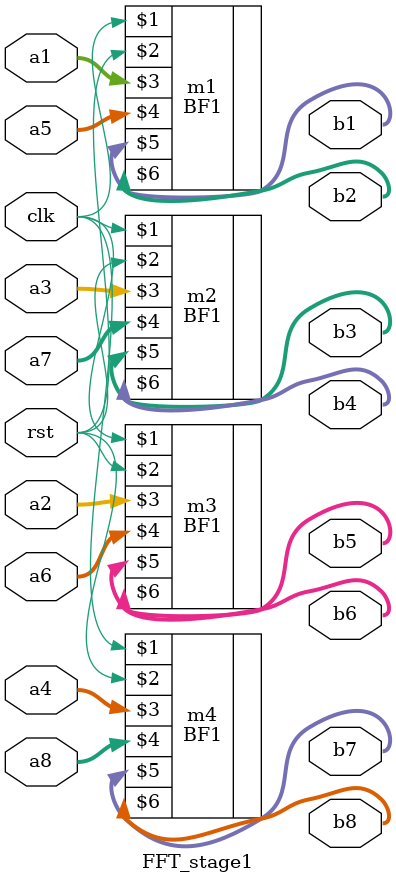
<source format=v>
`timescale 1ns / 1ps

module FFT_stage1(clk,rst,a1,a2,a3,a4,a5,a6,a7,a8,
                          b1,b2,b3,b4,b5,b6,b7,b8);
								  
input [15:0] a1,a2,a3,a4,a5,a6,a7,a8;
output [15:0] b1,b2,b3,b4,b5,b6,b7,b8;
input clk,rst;
	 
BF1 m1(clk,rst,a1,a5,b1,b2);
BF1 m2(clk,rst,a3,a7,b3,b4);
BF1 m3(clk,rst,a2,a6,b5,b6);
BF1 m4(clk,rst,a4,a8,b7,b8);
endmodule

</source>
